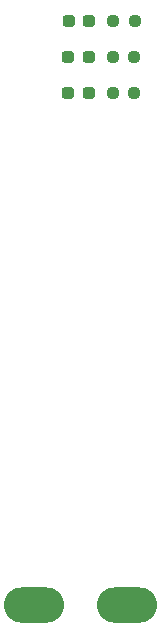
<source format=gtp>
G04 #@! TF.GenerationSoftware,KiCad,Pcbnew,(6.0.10)*
G04 #@! TF.CreationDate,2023-05-10T15:48:35-05:00*
G04 #@! TF.ProjectId,DiffGPS_Hardware,44696666-4750-4535-9f48-617264776172,rev?*
G04 #@! TF.SameCoordinates,Original*
G04 #@! TF.FileFunction,Paste,Top*
G04 #@! TF.FilePolarity,Positive*
%FSLAX46Y46*%
G04 Gerber Fmt 4.6, Leading zero omitted, Abs format (unit mm)*
G04 Created by KiCad (PCBNEW (6.0.10)) date 2023-05-10 15:48:35*
%MOMM*%
%LPD*%
G01*
G04 APERTURE LIST*
G04 Aperture macros list*
%AMRoundRect*
0 Rectangle with rounded corners*
0 $1 Rounding radius*
0 $2 $3 $4 $5 $6 $7 $8 $9 X,Y pos of 4 corners*
0 Add a 4 corners polygon primitive as box body*
4,1,4,$2,$3,$4,$5,$6,$7,$8,$9,$2,$3,0*
0 Add four circle primitives for the rounded corners*
1,1,$1+$1,$2,$3*
1,1,$1+$1,$4,$5*
1,1,$1+$1,$6,$7*
1,1,$1+$1,$8,$9*
0 Add four rect primitives between the rounded corners*
20,1,$1+$1,$2,$3,$4,$5,0*
20,1,$1+$1,$4,$5,$6,$7,0*
20,1,$1+$1,$6,$7,$8,$9,0*
20,1,$1+$1,$8,$9,$2,$3,0*%
G04 Aperture macros list end*
%ADD10O,5.100000X3.000000*%
%ADD11RoundRect,0.237500X-0.287500X-0.237500X0.287500X-0.237500X0.287500X0.237500X-0.287500X0.237500X0*%
%ADD12RoundRect,0.237500X-0.250000X-0.237500X0.250000X-0.237500X0.250000X0.237500X-0.250000X0.237500X0*%
%ADD13RoundRect,0.237500X0.250000X0.237500X-0.250000X0.237500X-0.250000X-0.237500X0.250000X-0.237500X0*%
G04 APERTURE END LIST*
D10*
X63627000Y-96330800D03*
X71501000Y-96330800D03*
D11*
X66538500Y-49887500D03*
X68288500Y-49887500D03*
D12*
X70311000Y-52935500D03*
X72136000Y-52935500D03*
D11*
X66538500Y-52935500D03*
X68288500Y-52935500D03*
X66557250Y-46839500D03*
X68307250Y-46839500D03*
D13*
X72136000Y-49887500D03*
X70311000Y-49887500D03*
X72154750Y-46839500D03*
X70329750Y-46839500D03*
M02*

</source>
